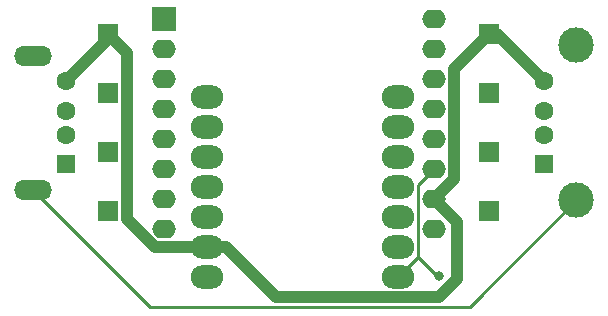
<source format=gbr>
%TF.GenerationSoftware,KiCad,Pcbnew,7.0.5-7.0.5~ubuntu22.04.1*%
%TF.CreationDate,2023-06-17T08:47:51-06:00*%
%TF.ProjectId,smart-usb,736d6172-742d-4757-9362-2e6b69636164,rev?*%
%TF.SameCoordinates,Original*%
%TF.FileFunction,Copper,L2,Bot*%
%TF.FilePolarity,Positive*%
%FSLAX46Y46*%
G04 Gerber Fmt 4.6, Leading zero omitted, Abs format (unit mm)*
G04 Created by KiCad (PCBNEW 7.0.5-7.0.5~ubuntu22.04.1) date 2023-06-17 08:47:51*
%MOMM*%
%LPD*%
G01*
G04 APERTURE LIST*
%TA.AperFunction,ComponentPad*%
%ADD10R,1.700000X1.700000*%
%TD*%
%TA.AperFunction,ComponentPad*%
%ADD11O,2.748280X1.998980*%
%TD*%
%TA.AperFunction,ComponentPad*%
%ADD12R,1.500000X1.600000*%
%TD*%
%TA.AperFunction,ComponentPad*%
%ADD13C,1.600000*%
%TD*%
%TA.AperFunction,ComponentPad*%
%ADD14C,3.000000*%
%TD*%
%TA.AperFunction,ComponentPad*%
%ADD15O,3.200000X1.700000*%
%TD*%
%TA.AperFunction,ComponentPad*%
%ADD16R,2.000000X2.000000*%
%TD*%
%TA.AperFunction,ComponentPad*%
%ADD17O,2.000000X1.600000*%
%TD*%
%TA.AperFunction,ViaPad*%
%ADD18C,0.800000*%
%TD*%
%TA.AperFunction,Conductor*%
%ADD19C,0.250000*%
%TD*%
%TA.AperFunction,Conductor*%
%ADD20C,1.000000*%
%TD*%
G04 APERTURE END LIST*
D10*
%TO.P,J10,1,Pin_1*%
%TO.N,GND*%
X158000000Y-55000000D03*
%TD*%
D11*
%TO.P,U1,1,PA02_A0_D0*%
%TO.N,Net-(U1-PA02_A0_D0)*%
X150250000Y-75567820D03*
%TO.P,U1,2,PA4_A1_D1*%
%TO.N,unconnected-(U1-PA4_A1_D1-Pad2)*%
X150250000Y-73027820D03*
%TO.P,U1,3,PA10_A2_D2*%
%TO.N,unconnected-(U1-PA10_A2_D2-Pad3)*%
X150250000Y-70487820D03*
%TO.P,U1,4,PA11_A3_D3*%
%TO.N,unconnected-(U1-PA11_A3_D3-Pad4)*%
X150250000Y-67947820D03*
%TO.P,U1,5,PA8_A4_D4_SDA*%
%TO.N,unconnected-(U1-PA8_A4_D4_SDA-Pad5)*%
X150250000Y-65407820D03*
%TO.P,U1,6,PA9_A5_D5_SCL*%
%TO.N,unconnected-(U1-PA9_A5_D5_SCL-Pad6)*%
X150250000Y-62867820D03*
%TO.P,U1,7,PB08_A6_D6_TX*%
%TO.N,unconnected-(U1-PB08_A6_D6_TX-Pad7)*%
X150250000Y-60327820D03*
%TO.P,U1,8,PB09_A7_D7_RX*%
%TO.N,unconnected-(U1-PB09_A7_D7_RX-Pad8)*%
X134085440Y-60327820D03*
%TO.P,U1,9,PA7_A8_D8_SCK*%
%TO.N,unconnected-(U1-PA7_A8_D8_SCK-Pad9)*%
X134085440Y-62867820D03*
%TO.P,U1,10,PA5_A9_D9_MISO*%
%TO.N,unconnected-(U1-PA5_A9_D9_MISO-Pad10)*%
X134085440Y-65407820D03*
%TO.P,U1,11,PA6_A10_D10_MOSI*%
%TO.N,unconnected-(U1-PA6_A10_D10_MOSI-Pad11)*%
X134085440Y-67947820D03*
%TO.P,U1,12,3V3*%
%TO.N,unconnected-(U1-3V3-Pad12)*%
X134085440Y-70487820D03*
%TO.P,U1,13,GND*%
%TO.N,GND*%
X134085440Y-73027820D03*
%TO.P,U1,14,5V*%
%TO.N,Net-(J1-VBUS)*%
X134085440Y-75567820D03*
%TD*%
D10*
%TO.P,J4,1,Pin_1*%
%TO.N,Net-(J1-D-)*%
X125750000Y-65000000D03*
%TD*%
%TO.P,J8,1,Pin_1*%
%TO.N,Net-(J1-D-)*%
X158000000Y-65000000D03*
%TD*%
D12*
%TO.P,J2,1,VBUS*%
%TO.N,Net-(J2-VBUS)*%
X162640000Y-66000000D03*
D13*
%TO.P,J2,2,D-*%
%TO.N,Net-(J1-D-)*%
X162640000Y-63500000D03*
%TO.P,J2,3,D+*%
%TO.N,Net-(J1-D+)*%
X162640000Y-61500000D03*
%TO.P,J2,4,GND*%
%TO.N,GND*%
X162640000Y-59000000D03*
D14*
%TO.P,J2,5,Shield*%
%TO.N,Net-(J1-Shield)*%
X165350000Y-69070000D03*
X165350000Y-55930000D03*
%TD*%
D10*
%TO.P,J6,1,Pin_1*%
%TO.N,GND*%
X125750000Y-55000000D03*
%TD*%
%TO.P,J7,1,Pin_1*%
%TO.N,Net-(J2-VBUS)*%
X158000000Y-70000000D03*
%TD*%
%TO.P,J3,1,Pin_1*%
%TO.N,Net-(J1-VBUS)*%
X125750000Y-70000000D03*
%TD*%
D12*
%TO.P,J1,1,VBUS*%
%TO.N,Net-(J1-VBUS)*%
X122150000Y-66000000D03*
D13*
%TO.P,J1,2,D-*%
%TO.N,Net-(J1-D-)*%
X122150000Y-63500000D03*
%TO.P,J1,3,D+*%
%TO.N,Net-(J1-D+)*%
X122150000Y-61500000D03*
%TO.P,J1,4,GND*%
%TO.N,GND*%
X122150000Y-59000000D03*
D15*
%TO.P,J1,5,Shield*%
%TO.N,Net-(J1-Shield)*%
X119400000Y-68200000D03*
X119400000Y-56800000D03*
%TD*%
D10*
%TO.P,J9,1,Pin_1*%
%TO.N,Net-(J1-D+)*%
X158000000Y-60000000D03*
%TD*%
D16*
%TO.P,U3,1,~{RST}*%
%TO.N,unconnected-(U3-~{RST}-Pad1)*%
X130473120Y-53720000D03*
D17*
%TO.P,U3,2,A0*%
%TO.N,unconnected-(U3-A0-Pad2)*%
X130473120Y-56260000D03*
%TO.P,U3,3,D0*%
%TO.N,unconnected-(U3-D0-Pad3)*%
X130473120Y-58800000D03*
%TO.P,U3,4,SCK/D5*%
%TO.N,unconnected-(U3-SCK{slash}D5-Pad4)*%
X130473120Y-61340000D03*
%TO.P,U3,5,MISO/D6*%
%TO.N,unconnected-(U3-MISO{slash}D6-Pad5)*%
X130473120Y-63880000D03*
%TO.P,U3,6,MOSI/D7*%
%TO.N,unconnected-(U3-MOSI{slash}D7-Pad6)*%
X130473120Y-66420000D03*
%TO.P,U3,7,CS/D8*%
%TO.N,unconnected-(U3-CS{slash}D8-Pad7)*%
X130473120Y-68960000D03*
%TO.P,U3,8,3V3*%
%TO.N,unconnected-(U3-3V3-Pad8)*%
X130473120Y-71500000D03*
%TO.P,U3,9,5V*%
%TO.N,Net-(J1-VBUS)*%
X153333120Y-71500000D03*
%TO.P,U3,10,GND*%
%TO.N,GND*%
X153333120Y-68960000D03*
%TO.P,U3,11,D4*%
%TO.N,Net-(U1-PA02_A0_D0)*%
X153333120Y-66420000D03*
%TO.P,U3,12,D3*%
%TO.N,unconnected-(U3-D3-Pad12)*%
X153333120Y-63880000D03*
%TO.P,U3,13,SDA/D2*%
%TO.N,unconnected-(U3-SDA{slash}D2-Pad13)*%
X153333120Y-61340000D03*
%TO.P,U3,14,SCL/D1*%
%TO.N,unconnected-(U3-SCL{slash}D1-Pad14)*%
X153333120Y-58800000D03*
%TO.P,U3,15,RX*%
%TO.N,unconnected-(U3-RX-Pad15)*%
X153333120Y-56260000D03*
%TO.P,U3,16,TX*%
%TO.N,unconnected-(U3-TX-Pad16)*%
X153333120Y-53720000D03*
%TD*%
D10*
%TO.P,J5,1,Pin_1*%
%TO.N,Net-(J1-D+)*%
X125750000Y-60000000D03*
%TD*%
D18*
%TO.N,Net-(U1-PA02_A0_D0)*%
X153750000Y-75500000D03*
%TO.N,GND*%
X155250000Y-75000000D03*
%TD*%
D19*
%TO.N,Net-(J1-Shield)*%
X165350000Y-69070000D02*
X156327690Y-78092310D01*
X156327690Y-78092310D02*
X129292310Y-78092310D01*
X129292310Y-78092310D02*
X119400000Y-68200000D01*
%TO.N,Net-(U1-PA02_A0_D0)*%
X153580460Y-75500000D02*
X153750000Y-75500000D01*
X151949140Y-73868680D02*
X153580460Y-75500000D01*
X150250000Y-75567820D02*
X151949140Y-73868680D01*
X151949140Y-73868680D02*
X151949140Y-67803980D01*
X151949140Y-67803980D02*
X153333120Y-66420000D01*
D20*
%TO.N,GND*%
X152982690Y-77267310D02*
X153000000Y-77250000D01*
X152982690Y-77267310D02*
X139949770Y-77267310D01*
X139949770Y-77267310D02*
X135710280Y-73027820D01*
X153750000Y-77250000D02*
X155250000Y-75750000D01*
X127300000Y-70648200D02*
X127300000Y-56550000D01*
X153000000Y-77250000D02*
X153750000Y-77250000D01*
X129679620Y-73027820D02*
X127300000Y-70648200D01*
X125750000Y-55400000D02*
X122150000Y-59000000D01*
X135710280Y-73027820D02*
X134085440Y-73027820D01*
X153333120Y-68960000D02*
X155250000Y-70876880D01*
X155250000Y-75750000D02*
X155250000Y-75000000D01*
X125750000Y-55000000D02*
X125750000Y-55400000D01*
X127300000Y-56550000D02*
X125750000Y-55000000D01*
X155033120Y-67260000D02*
X155033120Y-57966880D01*
X155033120Y-57966880D02*
X158000000Y-55000000D01*
X158640000Y-55000000D02*
X162640000Y-59000000D01*
X155250000Y-70876880D02*
X155250000Y-75000000D01*
X134085440Y-73027820D02*
X129679620Y-73027820D01*
X153333120Y-68960000D02*
X155033120Y-67260000D01*
X158000000Y-55000000D02*
X158640000Y-55000000D01*
%TD*%
M02*

</source>
